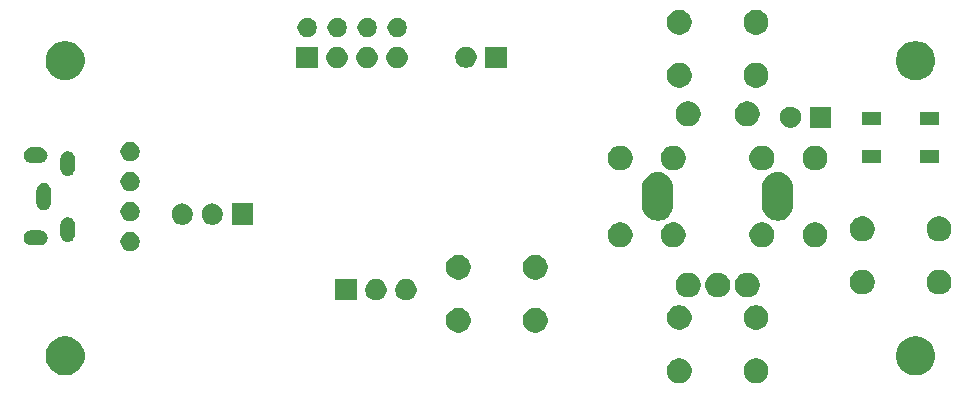
<source format=gbr>
G04 #@! TF.GenerationSoftware,KiCad,Pcbnew,(5.1.5)-3*
G04 #@! TF.CreationDate,2020-04-20T20:53:01-04:00*
G04 #@! TF.ProjectId,V-Naught_Display,562d4e61-7567-4687-945f-446973706c61,rev?*
G04 #@! TF.SameCoordinates,Original*
G04 #@! TF.FileFunction,Soldermask,Top*
G04 #@! TF.FilePolarity,Negative*
%FSLAX46Y46*%
G04 Gerber Fmt 4.6, Leading zero omitted, Abs format (unit mm)*
G04 Created by KiCad (PCBNEW (5.1.5)-3) date 2020-04-20 20:53:01*
%MOMM*%
%LPD*%
G04 APERTURE LIST*
%ADD10C,0.100000*%
G04 APERTURE END LIST*
D10*
G36*
X147976564Y-80889389D02*
G01*
X148167833Y-80968615D01*
X148167835Y-80968616D01*
X148339973Y-81083635D01*
X148486365Y-81230027D01*
X148601385Y-81402167D01*
X148680611Y-81593436D01*
X148721000Y-81796484D01*
X148721000Y-82003516D01*
X148680611Y-82206564D01*
X148641494Y-82301000D01*
X148601384Y-82397835D01*
X148486365Y-82569973D01*
X148339973Y-82716365D01*
X148167835Y-82831384D01*
X148167834Y-82831385D01*
X148167833Y-82831385D01*
X147976564Y-82910611D01*
X147773516Y-82951000D01*
X147566484Y-82951000D01*
X147363436Y-82910611D01*
X147172167Y-82831385D01*
X147172166Y-82831385D01*
X147172165Y-82831384D01*
X147000027Y-82716365D01*
X146853635Y-82569973D01*
X146738616Y-82397835D01*
X146698506Y-82301000D01*
X146659389Y-82206564D01*
X146619000Y-82003516D01*
X146619000Y-81796484D01*
X146659389Y-81593436D01*
X146738615Y-81402167D01*
X146853635Y-81230027D01*
X147000027Y-81083635D01*
X147172165Y-80968616D01*
X147172167Y-80968615D01*
X147363436Y-80889389D01*
X147566484Y-80849000D01*
X147773516Y-80849000D01*
X147976564Y-80889389D01*
G37*
G36*
X141476564Y-80889389D02*
G01*
X141667833Y-80968615D01*
X141667835Y-80968616D01*
X141839973Y-81083635D01*
X141986365Y-81230027D01*
X142101385Y-81402167D01*
X142180611Y-81593436D01*
X142221000Y-81796484D01*
X142221000Y-82003516D01*
X142180611Y-82206564D01*
X142141494Y-82301000D01*
X142101384Y-82397835D01*
X141986365Y-82569973D01*
X141839973Y-82716365D01*
X141667835Y-82831384D01*
X141667834Y-82831385D01*
X141667833Y-82831385D01*
X141476564Y-82910611D01*
X141273516Y-82951000D01*
X141066484Y-82951000D01*
X140863436Y-82910611D01*
X140672167Y-82831385D01*
X140672166Y-82831385D01*
X140672165Y-82831384D01*
X140500027Y-82716365D01*
X140353635Y-82569973D01*
X140238616Y-82397835D01*
X140198506Y-82301000D01*
X140159389Y-82206564D01*
X140119000Y-82003516D01*
X140119000Y-81796484D01*
X140159389Y-81593436D01*
X140238615Y-81402167D01*
X140353635Y-81230027D01*
X140500027Y-81083635D01*
X140672165Y-80968616D01*
X140672167Y-80968615D01*
X140863436Y-80889389D01*
X141066484Y-80849000D01*
X141273516Y-80849000D01*
X141476564Y-80889389D01*
G37*
G36*
X89545256Y-79041298D02*
G01*
X89651579Y-79062447D01*
X89952042Y-79186903D01*
X90222451Y-79367585D01*
X90452415Y-79597549D01*
X90452416Y-79597551D01*
X90633098Y-79867960D01*
X90757553Y-80168422D01*
X90821000Y-80487389D01*
X90821000Y-80812611D01*
X90757553Y-81131578D01*
X90645473Y-81402165D01*
X90633097Y-81432042D01*
X90452415Y-81702451D01*
X90222451Y-81932415D01*
X89952042Y-82113097D01*
X89651579Y-82237553D01*
X89545256Y-82258702D01*
X89332611Y-82301000D01*
X89007389Y-82301000D01*
X88794744Y-82258702D01*
X88688421Y-82237553D01*
X88387958Y-82113097D01*
X88117549Y-81932415D01*
X87887585Y-81702451D01*
X87706903Y-81432042D01*
X87694528Y-81402165D01*
X87582447Y-81131578D01*
X87519000Y-80812611D01*
X87519000Y-80487389D01*
X87582447Y-80168422D01*
X87706902Y-79867960D01*
X87887584Y-79597551D01*
X87887585Y-79597549D01*
X88117549Y-79367585D01*
X88387958Y-79186903D01*
X88688421Y-79062447D01*
X88794744Y-79041298D01*
X89007389Y-78999000D01*
X89332611Y-78999000D01*
X89545256Y-79041298D01*
G37*
G36*
X161545256Y-79041298D02*
G01*
X161651579Y-79062447D01*
X161952042Y-79186903D01*
X162222451Y-79367585D01*
X162452415Y-79597549D01*
X162452416Y-79597551D01*
X162633098Y-79867960D01*
X162757553Y-80168422D01*
X162821000Y-80487389D01*
X162821000Y-80812611D01*
X162757553Y-81131578D01*
X162645473Y-81402165D01*
X162633097Y-81432042D01*
X162452415Y-81702451D01*
X162222451Y-81932415D01*
X161952042Y-82113097D01*
X161651579Y-82237553D01*
X161545256Y-82258702D01*
X161332611Y-82301000D01*
X161007389Y-82301000D01*
X160794744Y-82258702D01*
X160688421Y-82237553D01*
X160387958Y-82113097D01*
X160117549Y-81932415D01*
X159887585Y-81702451D01*
X159706903Y-81432042D01*
X159694528Y-81402165D01*
X159582447Y-81131578D01*
X159519000Y-80812611D01*
X159519000Y-80487389D01*
X159582447Y-80168422D01*
X159706902Y-79867960D01*
X159887584Y-79597551D01*
X159887585Y-79597549D01*
X160117549Y-79367585D01*
X160387958Y-79186903D01*
X160688421Y-79062447D01*
X160794744Y-79041298D01*
X161007389Y-78999000D01*
X161332611Y-78999000D01*
X161545256Y-79041298D01*
G37*
G36*
X122781564Y-76634389D02*
G01*
X122972833Y-76713615D01*
X122972835Y-76713616D01*
X123144973Y-76828635D01*
X123291365Y-76975027D01*
X123406385Y-77147167D01*
X123485611Y-77338436D01*
X123526000Y-77541484D01*
X123526000Y-77748516D01*
X123485611Y-77951564D01*
X123406385Y-78142833D01*
X123406384Y-78142835D01*
X123291365Y-78314973D01*
X123144973Y-78461365D01*
X122972835Y-78576384D01*
X122972834Y-78576385D01*
X122972833Y-78576385D01*
X122781564Y-78655611D01*
X122578516Y-78696000D01*
X122371484Y-78696000D01*
X122168436Y-78655611D01*
X121977167Y-78576385D01*
X121977166Y-78576385D01*
X121977165Y-78576384D01*
X121805027Y-78461365D01*
X121658635Y-78314973D01*
X121543616Y-78142835D01*
X121543615Y-78142833D01*
X121464389Y-77951564D01*
X121424000Y-77748516D01*
X121424000Y-77541484D01*
X121464389Y-77338436D01*
X121543615Y-77147167D01*
X121658635Y-76975027D01*
X121805027Y-76828635D01*
X121977165Y-76713616D01*
X121977167Y-76713615D01*
X122168436Y-76634389D01*
X122371484Y-76594000D01*
X122578516Y-76594000D01*
X122781564Y-76634389D01*
G37*
G36*
X129281564Y-76634389D02*
G01*
X129472833Y-76713615D01*
X129472835Y-76713616D01*
X129644973Y-76828635D01*
X129791365Y-76975027D01*
X129906385Y-77147167D01*
X129985611Y-77338436D01*
X130026000Y-77541484D01*
X130026000Y-77748516D01*
X129985611Y-77951564D01*
X129906385Y-78142833D01*
X129906384Y-78142835D01*
X129791365Y-78314973D01*
X129644973Y-78461365D01*
X129472835Y-78576384D01*
X129472834Y-78576385D01*
X129472833Y-78576385D01*
X129281564Y-78655611D01*
X129078516Y-78696000D01*
X128871484Y-78696000D01*
X128668436Y-78655611D01*
X128477167Y-78576385D01*
X128477166Y-78576385D01*
X128477165Y-78576384D01*
X128305027Y-78461365D01*
X128158635Y-78314973D01*
X128043616Y-78142835D01*
X128043615Y-78142833D01*
X127964389Y-77951564D01*
X127924000Y-77748516D01*
X127924000Y-77541484D01*
X127964389Y-77338436D01*
X128043615Y-77147167D01*
X128158635Y-76975027D01*
X128305027Y-76828635D01*
X128477165Y-76713616D01*
X128477167Y-76713615D01*
X128668436Y-76634389D01*
X128871484Y-76594000D01*
X129078516Y-76594000D01*
X129281564Y-76634389D01*
G37*
G36*
X147976564Y-76389389D02*
G01*
X148167833Y-76468615D01*
X148167835Y-76468616D01*
X148339973Y-76583635D01*
X148486365Y-76730027D01*
X148601385Y-76902167D01*
X148680611Y-77093436D01*
X148721000Y-77296484D01*
X148721000Y-77503516D01*
X148680611Y-77706564D01*
X148601385Y-77897833D01*
X148601384Y-77897835D01*
X148486365Y-78069973D01*
X148339973Y-78216365D01*
X148167835Y-78331384D01*
X148167834Y-78331385D01*
X148167833Y-78331385D01*
X147976564Y-78410611D01*
X147773516Y-78451000D01*
X147566484Y-78451000D01*
X147363436Y-78410611D01*
X147172167Y-78331385D01*
X147172166Y-78331385D01*
X147172165Y-78331384D01*
X147000027Y-78216365D01*
X146853635Y-78069973D01*
X146738616Y-77897835D01*
X146738615Y-77897833D01*
X146659389Y-77706564D01*
X146619000Y-77503516D01*
X146619000Y-77296484D01*
X146659389Y-77093436D01*
X146738615Y-76902167D01*
X146853635Y-76730027D01*
X147000027Y-76583635D01*
X147172165Y-76468616D01*
X147172167Y-76468615D01*
X147363436Y-76389389D01*
X147566484Y-76349000D01*
X147773516Y-76349000D01*
X147976564Y-76389389D01*
G37*
G36*
X141476564Y-76389389D02*
G01*
X141667833Y-76468615D01*
X141667835Y-76468616D01*
X141839973Y-76583635D01*
X141986365Y-76730027D01*
X142101385Y-76902167D01*
X142180611Y-77093436D01*
X142221000Y-77296484D01*
X142221000Y-77503516D01*
X142180611Y-77706564D01*
X142101385Y-77897833D01*
X142101384Y-77897835D01*
X141986365Y-78069973D01*
X141839973Y-78216365D01*
X141667835Y-78331384D01*
X141667834Y-78331385D01*
X141667833Y-78331385D01*
X141476564Y-78410611D01*
X141273516Y-78451000D01*
X141066484Y-78451000D01*
X140863436Y-78410611D01*
X140672167Y-78331385D01*
X140672166Y-78331385D01*
X140672165Y-78331384D01*
X140500027Y-78216365D01*
X140353635Y-78069973D01*
X140238616Y-77897835D01*
X140238615Y-77897833D01*
X140159389Y-77706564D01*
X140119000Y-77503516D01*
X140119000Y-77296484D01*
X140159389Y-77093436D01*
X140238615Y-76902167D01*
X140353635Y-76730027D01*
X140500027Y-76583635D01*
X140672165Y-76468616D01*
X140672167Y-76468615D01*
X140863436Y-76389389D01*
X141066484Y-76349000D01*
X141273516Y-76349000D01*
X141476564Y-76389389D01*
G37*
G36*
X118134653Y-74152165D02*
G01*
X118292812Y-74183624D01*
X118456784Y-74251544D01*
X118604354Y-74350147D01*
X118729853Y-74475646D01*
X118828456Y-74623216D01*
X118896376Y-74787188D01*
X118931000Y-74961259D01*
X118931000Y-75138741D01*
X118896376Y-75312812D01*
X118828456Y-75476784D01*
X118729853Y-75624354D01*
X118604354Y-75749853D01*
X118456784Y-75848456D01*
X118292812Y-75916376D01*
X118143512Y-75946073D01*
X118118742Y-75951000D01*
X117941258Y-75951000D01*
X117916488Y-75946073D01*
X117767188Y-75916376D01*
X117603216Y-75848456D01*
X117455646Y-75749853D01*
X117330147Y-75624354D01*
X117231544Y-75476784D01*
X117163624Y-75312812D01*
X117129000Y-75138741D01*
X117129000Y-74961259D01*
X117163624Y-74787188D01*
X117231544Y-74623216D01*
X117330147Y-74475646D01*
X117455646Y-74350147D01*
X117603216Y-74251544D01*
X117767188Y-74183624D01*
X117925347Y-74152165D01*
X117941258Y-74149000D01*
X118118742Y-74149000D01*
X118134653Y-74152165D01*
G37*
G36*
X115594653Y-74152165D02*
G01*
X115752812Y-74183624D01*
X115916784Y-74251544D01*
X116064354Y-74350147D01*
X116189853Y-74475646D01*
X116288456Y-74623216D01*
X116356376Y-74787188D01*
X116391000Y-74961259D01*
X116391000Y-75138741D01*
X116356376Y-75312812D01*
X116288456Y-75476784D01*
X116189853Y-75624354D01*
X116064354Y-75749853D01*
X115916784Y-75848456D01*
X115752812Y-75916376D01*
X115603512Y-75946073D01*
X115578742Y-75951000D01*
X115401258Y-75951000D01*
X115376488Y-75946073D01*
X115227188Y-75916376D01*
X115063216Y-75848456D01*
X114915646Y-75749853D01*
X114790147Y-75624354D01*
X114691544Y-75476784D01*
X114623624Y-75312812D01*
X114589000Y-75138741D01*
X114589000Y-74961259D01*
X114623624Y-74787188D01*
X114691544Y-74623216D01*
X114790147Y-74475646D01*
X114915646Y-74350147D01*
X115063216Y-74251544D01*
X115227188Y-74183624D01*
X115385347Y-74152165D01*
X115401258Y-74149000D01*
X115578742Y-74149000D01*
X115594653Y-74152165D01*
G37*
G36*
X113851000Y-75951000D02*
G01*
X112049000Y-75951000D01*
X112049000Y-74149000D01*
X113851000Y-74149000D01*
X113851000Y-75951000D01*
G37*
G36*
X144726564Y-73639389D02*
G01*
X144917833Y-73718615D01*
X144917835Y-73718616D01*
X145089973Y-73833635D01*
X145236365Y-73980027D01*
X145312143Y-74093436D01*
X145351385Y-74152167D01*
X145430611Y-74343436D01*
X145471000Y-74546484D01*
X145471000Y-74753516D01*
X145430611Y-74956564D01*
X145351385Y-75147833D01*
X145351384Y-75147835D01*
X145236365Y-75319973D01*
X145089973Y-75466365D01*
X144917835Y-75581384D01*
X144917834Y-75581385D01*
X144917833Y-75581385D01*
X144726564Y-75660611D01*
X144523516Y-75701000D01*
X144316484Y-75701000D01*
X144113436Y-75660611D01*
X143922167Y-75581385D01*
X143922166Y-75581385D01*
X143922165Y-75581384D01*
X143750027Y-75466365D01*
X143603635Y-75319973D01*
X143488616Y-75147835D01*
X143488615Y-75147833D01*
X143409389Y-74956564D01*
X143369000Y-74753516D01*
X143369000Y-74546484D01*
X143409389Y-74343436D01*
X143488615Y-74152167D01*
X143527858Y-74093436D01*
X143603635Y-73980027D01*
X143750027Y-73833635D01*
X143922165Y-73718616D01*
X143922167Y-73718615D01*
X144113436Y-73639389D01*
X144316484Y-73599000D01*
X144523516Y-73599000D01*
X144726564Y-73639389D01*
G37*
G36*
X147226564Y-73639389D02*
G01*
X147417833Y-73718615D01*
X147417835Y-73718616D01*
X147589973Y-73833635D01*
X147736365Y-73980027D01*
X147812143Y-74093436D01*
X147851385Y-74152167D01*
X147930611Y-74343436D01*
X147971000Y-74546484D01*
X147971000Y-74753516D01*
X147930611Y-74956564D01*
X147851385Y-75147833D01*
X147851384Y-75147835D01*
X147736365Y-75319973D01*
X147589973Y-75466365D01*
X147417835Y-75581384D01*
X147417834Y-75581385D01*
X147417833Y-75581385D01*
X147226564Y-75660611D01*
X147023516Y-75701000D01*
X146816484Y-75701000D01*
X146613436Y-75660611D01*
X146422167Y-75581385D01*
X146422166Y-75581385D01*
X146422165Y-75581384D01*
X146250027Y-75466365D01*
X146103635Y-75319973D01*
X145988616Y-75147835D01*
X145988615Y-75147833D01*
X145909389Y-74956564D01*
X145869000Y-74753516D01*
X145869000Y-74546484D01*
X145909389Y-74343436D01*
X145988615Y-74152167D01*
X146027858Y-74093436D01*
X146103635Y-73980027D01*
X146250027Y-73833635D01*
X146422165Y-73718616D01*
X146422167Y-73718615D01*
X146613436Y-73639389D01*
X146816484Y-73599000D01*
X147023516Y-73599000D01*
X147226564Y-73639389D01*
G37*
G36*
X142226564Y-73639389D02*
G01*
X142417833Y-73718615D01*
X142417835Y-73718616D01*
X142589973Y-73833635D01*
X142736365Y-73980027D01*
X142812143Y-74093436D01*
X142851385Y-74152167D01*
X142930611Y-74343436D01*
X142971000Y-74546484D01*
X142971000Y-74753516D01*
X142930611Y-74956564D01*
X142851385Y-75147833D01*
X142851384Y-75147835D01*
X142736365Y-75319973D01*
X142589973Y-75466365D01*
X142417835Y-75581384D01*
X142417834Y-75581385D01*
X142417833Y-75581385D01*
X142226564Y-75660611D01*
X142023516Y-75701000D01*
X141816484Y-75701000D01*
X141613436Y-75660611D01*
X141422167Y-75581385D01*
X141422166Y-75581385D01*
X141422165Y-75581384D01*
X141250027Y-75466365D01*
X141103635Y-75319973D01*
X140988616Y-75147835D01*
X140988615Y-75147833D01*
X140909389Y-74956564D01*
X140869000Y-74753516D01*
X140869000Y-74546484D01*
X140909389Y-74343436D01*
X140988615Y-74152167D01*
X141027858Y-74093436D01*
X141103635Y-73980027D01*
X141250027Y-73833635D01*
X141422165Y-73718616D01*
X141422167Y-73718615D01*
X141613436Y-73639389D01*
X141816484Y-73599000D01*
X142023516Y-73599000D01*
X142226564Y-73639389D01*
G37*
G36*
X163476564Y-73389389D02*
G01*
X163667833Y-73468615D01*
X163667835Y-73468616D01*
X163839973Y-73583635D01*
X163986365Y-73730027D01*
X164055594Y-73833635D01*
X164101385Y-73902167D01*
X164180611Y-74093436D01*
X164221000Y-74296484D01*
X164221000Y-74503516D01*
X164180611Y-74706564D01*
X164147215Y-74787189D01*
X164101384Y-74897835D01*
X163986365Y-75069973D01*
X163839973Y-75216365D01*
X163667835Y-75331384D01*
X163667834Y-75331385D01*
X163667833Y-75331385D01*
X163476564Y-75410611D01*
X163273516Y-75451000D01*
X163066484Y-75451000D01*
X162863436Y-75410611D01*
X162672167Y-75331385D01*
X162672166Y-75331385D01*
X162672165Y-75331384D01*
X162500027Y-75216365D01*
X162353635Y-75069973D01*
X162238616Y-74897835D01*
X162192785Y-74787189D01*
X162159389Y-74706564D01*
X162119000Y-74503516D01*
X162119000Y-74296484D01*
X162159389Y-74093436D01*
X162238615Y-73902167D01*
X162284407Y-73833635D01*
X162353635Y-73730027D01*
X162500027Y-73583635D01*
X162672165Y-73468616D01*
X162672167Y-73468615D01*
X162863436Y-73389389D01*
X163066484Y-73349000D01*
X163273516Y-73349000D01*
X163476564Y-73389389D01*
G37*
G36*
X156976564Y-73389389D02*
G01*
X157167833Y-73468615D01*
X157167835Y-73468616D01*
X157339973Y-73583635D01*
X157486365Y-73730027D01*
X157555594Y-73833635D01*
X157601385Y-73902167D01*
X157680611Y-74093436D01*
X157721000Y-74296484D01*
X157721000Y-74503516D01*
X157680611Y-74706564D01*
X157647215Y-74787189D01*
X157601384Y-74897835D01*
X157486365Y-75069973D01*
X157339973Y-75216365D01*
X157167835Y-75331384D01*
X157167834Y-75331385D01*
X157167833Y-75331385D01*
X156976564Y-75410611D01*
X156773516Y-75451000D01*
X156566484Y-75451000D01*
X156363436Y-75410611D01*
X156172167Y-75331385D01*
X156172166Y-75331385D01*
X156172165Y-75331384D01*
X156000027Y-75216365D01*
X155853635Y-75069973D01*
X155738616Y-74897835D01*
X155692785Y-74787189D01*
X155659389Y-74706564D01*
X155619000Y-74503516D01*
X155619000Y-74296484D01*
X155659389Y-74093436D01*
X155738615Y-73902167D01*
X155784407Y-73833635D01*
X155853635Y-73730027D01*
X156000027Y-73583635D01*
X156172165Y-73468616D01*
X156172167Y-73468615D01*
X156363436Y-73389389D01*
X156566484Y-73349000D01*
X156773516Y-73349000D01*
X156976564Y-73389389D01*
G37*
G36*
X122781564Y-72134389D02*
G01*
X122972833Y-72213615D01*
X122972835Y-72213616D01*
X123144973Y-72328635D01*
X123291365Y-72475027D01*
X123406385Y-72647167D01*
X123485611Y-72838436D01*
X123526000Y-73041484D01*
X123526000Y-73248516D01*
X123485611Y-73451564D01*
X123407811Y-73639390D01*
X123406384Y-73642835D01*
X123291365Y-73814973D01*
X123144973Y-73961365D01*
X122972835Y-74076384D01*
X122972834Y-74076385D01*
X122972833Y-74076385D01*
X122781564Y-74155611D01*
X122578516Y-74196000D01*
X122371484Y-74196000D01*
X122168436Y-74155611D01*
X121977167Y-74076385D01*
X121977166Y-74076385D01*
X121977165Y-74076384D01*
X121805027Y-73961365D01*
X121658635Y-73814973D01*
X121543616Y-73642835D01*
X121542189Y-73639390D01*
X121464389Y-73451564D01*
X121424000Y-73248516D01*
X121424000Y-73041484D01*
X121464389Y-72838436D01*
X121543615Y-72647167D01*
X121658635Y-72475027D01*
X121805027Y-72328635D01*
X121977165Y-72213616D01*
X121977167Y-72213615D01*
X122168436Y-72134389D01*
X122371484Y-72094000D01*
X122578516Y-72094000D01*
X122781564Y-72134389D01*
G37*
G36*
X129281564Y-72134389D02*
G01*
X129472833Y-72213615D01*
X129472835Y-72213616D01*
X129644973Y-72328635D01*
X129791365Y-72475027D01*
X129906385Y-72647167D01*
X129985611Y-72838436D01*
X130026000Y-73041484D01*
X130026000Y-73248516D01*
X129985611Y-73451564D01*
X129907811Y-73639390D01*
X129906384Y-73642835D01*
X129791365Y-73814973D01*
X129644973Y-73961365D01*
X129472835Y-74076384D01*
X129472834Y-74076385D01*
X129472833Y-74076385D01*
X129281564Y-74155611D01*
X129078516Y-74196000D01*
X128871484Y-74196000D01*
X128668436Y-74155611D01*
X128477167Y-74076385D01*
X128477166Y-74076385D01*
X128477165Y-74076384D01*
X128305027Y-73961365D01*
X128158635Y-73814973D01*
X128043616Y-73642835D01*
X128042189Y-73639390D01*
X127964389Y-73451564D01*
X127924000Y-73248516D01*
X127924000Y-73041484D01*
X127964389Y-72838436D01*
X128043615Y-72647167D01*
X128158635Y-72475027D01*
X128305027Y-72328635D01*
X128477165Y-72213616D01*
X128477167Y-72213615D01*
X128668436Y-72134389D01*
X128871484Y-72094000D01*
X129078516Y-72094000D01*
X129281564Y-72134389D01*
G37*
G36*
X94907142Y-70178242D02*
G01*
X95055101Y-70239529D01*
X95188255Y-70328499D01*
X95301501Y-70441745D01*
X95390471Y-70574899D01*
X95451758Y-70722858D01*
X95483000Y-70879925D01*
X95483000Y-71040075D01*
X95451758Y-71197142D01*
X95390471Y-71345101D01*
X95301501Y-71478255D01*
X95188255Y-71591501D01*
X95055101Y-71680471D01*
X94907142Y-71741758D01*
X94750075Y-71773000D01*
X94589925Y-71773000D01*
X94432858Y-71741758D01*
X94284899Y-71680471D01*
X94151745Y-71591501D01*
X94038499Y-71478255D01*
X93949529Y-71345101D01*
X93888242Y-71197142D01*
X93857000Y-71040075D01*
X93857000Y-70879925D01*
X93888242Y-70722858D01*
X93949529Y-70574899D01*
X94038499Y-70441745D01*
X94151745Y-70328499D01*
X94284899Y-70239529D01*
X94432858Y-70178242D01*
X94589925Y-70147000D01*
X94750075Y-70147000D01*
X94907142Y-70178242D01*
G37*
G36*
X148476564Y-69389389D02*
G01*
X148667833Y-69468615D01*
X148667835Y-69468616D01*
X148839973Y-69583635D01*
X148986365Y-69730027D01*
X149030772Y-69796486D01*
X149101385Y-69902167D01*
X149180611Y-70093436D01*
X149221000Y-70296484D01*
X149221000Y-70503516D01*
X149180611Y-70706564D01*
X149108803Y-70879925D01*
X149101384Y-70897835D01*
X148986365Y-71069973D01*
X148839973Y-71216365D01*
X148667835Y-71331384D01*
X148667834Y-71331385D01*
X148667833Y-71331385D01*
X148476564Y-71410611D01*
X148273516Y-71451000D01*
X148066484Y-71451000D01*
X147863436Y-71410611D01*
X147672167Y-71331385D01*
X147672166Y-71331385D01*
X147672165Y-71331384D01*
X147500027Y-71216365D01*
X147353635Y-71069973D01*
X147238616Y-70897835D01*
X147231197Y-70879925D01*
X147159389Y-70706564D01*
X147119000Y-70503516D01*
X147119000Y-70296484D01*
X147159389Y-70093436D01*
X147238615Y-69902167D01*
X147309229Y-69796486D01*
X147353635Y-69730027D01*
X147500027Y-69583635D01*
X147672165Y-69468616D01*
X147672167Y-69468615D01*
X147863436Y-69389389D01*
X148066484Y-69349000D01*
X148273516Y-69349000D01*
X148476564Y-69389389D01*
G37*
G36*
X152976564Y-69389389D02*
G01*
X153167833Y-69468615D01*
X153167835Y-69468616D01*
X153339973Y-69583635D01*
X153486365Y-69730027D01*
X153530772Y-69796486D01*
X153601385Y-69902167D01*
X153680611Y-70093436D01*
X153721000Y-70296484D01*
X153721000Y-70503516D01*
X153680611Y-70706564D01*
X153608803Y-70879925D01*
X153601384Y-70897835D01*
X153486365Y-71069973D01*
X153339973Y-71216365D01*
X153167835Y-71331384D01*
X153167834Y-71331385D01*
X153167833Y-71331385D01*
X152976564Y-71410611D01*
X152773516Y-71451000D01*
X152566484Y-71451000D01*
X152363436Y-71410611D01*
X152172167Y-71331385D01*
X152172166Y-71331385D01*
X152172165Y-71331384D01*
X152000027Y-71216365D01*
X151853635Y-71069973D01*
X151738616Y-70897835D01*
X151731197Y-70879925D01*
X151659389Y-70706564D01*
X151619000Y-70503516D01*
X151619000Y-70296484D01*
X151659389Y-70093436D01*
X151738615Y-69902167D01*
X151809229Y-69796486D01*
X151853635Y-69730027D01*
X152000027Y-69583635D01*
X152172165Y-69468616D01*
X152172167Y-69468615D01*
X152363436Y-69389389D01*
X152566484Y-69349000D01*
X152773516Y-69349000D01*
X152976564Y-69389389D01*
G37*
G36*
X140976564Y-69389389D02*
G01*
X141167833Y-69468615D01*
X141167835Y-69468616D01*
X141339973Y-69583635D01*
X141486365Y-69730027D01*
X141530772Y-69796486D01*
X141601385Y-69902167D01*
X141680611Y-70093436D01*
X141721000Y-70296484D01*
X141721000Y-70503516D01*
X141680611Y-70706564D01*
X141608803Y-70879925D01*
X141601384Y-70897835D01*
X141486365Y-71069973D01*
X141339973Y-71216365D01*
X141167835Y-71331384D01*
X141167834Y-71331385D01*
X141167833Y-71331385D01*
X140976564Y-71410611D01*
X140773516Y-71451000D01*
X140566484Y-71451000D01*
X140363436Y-71410611D01*
X140172167Y-71331385D01*
X140172166Y-71331385D01*
X140172165Y-71331384D01*
X140000027Y-71216365D01*
X139853635Y-71069973D01*
X139738616Y-70897835D01*
X139731197Y-70879925D01*
X139659389Y-70706564D01*
X139619000Y-70503516D01*
X139619000Y-70296484D01*
X139659389Y-70093436D01*
X139738615Y-69902167D01*
X139809229Y-69796486D01*
X139853635Y-69730027D01*
X140000027Y-69583635D01*
X140172165Y-69468616D01*
X140172167Y-69468615D01*
X140363436Y-69389389D01*
X140566484Y-69349000D01*
X140773516Y-69349000D01*
X140976564Y-69389389D01*
G37*
G36*
X136476564Y-69389389D02*
G01*
X136667833Y-69468615D01*
X136667835Y-69468616D01*
X136839973Y-69583635D01*
X136986365Y-69730027D01*
X137030772Y-69796486D01*
X137101385Y-69902167D01*
X137180611Y-70093436D01*
X137221000Y-70296484D01*
X137221000Y-70503516D01*
X137180611Y-70706564D01*
X137108803Y-70879925D01*
X137101384Y-70897835D01*
X136986365Y-71069973D01*
X136839973Y-71216365D01*
X136667835Y-71331384D01*
X136667834Y-71331385D01*
X136667833Y-71331385D01*
X136476564Y-71410611D01*
X136273516Y-71451000D01*
X136066484Y-71451000D01*
X135863436Y-71410611D01*
X135672167Y-71331385D01*
X135672166Y-71331385D01*
X135672165Y-71331384D01*
X135500027Y-71216365D01*
X135353635Y-71069973D01*
X135238616Y-70897835D01*
X135231197Y-70879925D01*
X135159389Y-70706564D01*
X135119000Y-70503516D01*
X135119000Y-70296484D01*
X135159389Y-70093436D01*
X135238615Y-69902167D01*
X135309229Y-69796486D01*
X135353635Y-69730027D01*
X135500027Y-69583635D01*
X135672165Y-69468616D01*
X135672167Y-69468615D01*
X135863436Y-69389389D01*
X136066484Y-69349000D01*
X136273516Y-69349000D01*
X136476564Y-69389389D01*
G37*
G36*
X87096355Y-70002140D02*
G01*
X87160118Y-70008420D01*
X87250904Y-70035960D01*
X87282836Y-70045646D01*
X87395925Y-70106094D01*
X87495054Y-70187446D01*
X87576406Y-70286575D01*
X87636854Y-70399664D01*
X87636855Y-70399668D01*
X87674080Y-70522382D01*
X87686649Y-70650000D01*
X87674080Y-70777618D01*
X87660912Y-70821027D01*
X87636854Y-70900336D01*
X87576406Y-71013425D01*
X87495054Y-71112554D01*
X87395925Y-71193906D01*
X87282836Y-71254354D01*
X87250904Y-71264040D01*
X87160118Y-71291580D01*
X87096355Y-71297860D01*
X87064474Y-71301000D01*
X86300526Y-71301000D01*
X86268645Y-71297860D01*
X86204882Y-71291580D01*
X86114096Y-71264040D01*
X86082164Y-71254354D01*
X85969075Y-71193906D01*
X85869946Y-71112554D01*
X85788594Y-71013425D01*
X85728146Y-70900336D01*
X85704088Y-70821027D01*
X85690920Y-70777618D01*
X85678351Y-70650000D01*
X85690920Y-70522382D01*
X85728145Y-70399668D01*
X85728146Y-70399664D01*
X85788594Y-70286575D01*
X85869946Y-70187446D01*
X85969075Y-70106094D01*
X86082164Y-70045646D01*
X86114096Y-70035960D01*
X86204882Y-70008420D01*
X86268645Y-70002140D01*
X86300526Y-69999000D01*
X87064474Y-69999000D01*
X87096355Y-70002140D01*
G37*
G36*
X89500317Y-68901696D02*
G01*
X89613604Y-68936062D01*
X89718011Y-68991869D01*
X89718013Y-68991870D01*
X89718012Y-68991870D01*
X89809527Y-69066973D01*
X89869845Y-69140471D01*
X89884631Y-69158488D01*
X89940438Y-69262895D01*
X89974804Y-69376182D01*
X89983500Y-69464481D01*
X89983500Y-70423519D01*
X89974804Y-70511818D01*
X89940438Y-70625105D01*
X89884631Y-70729512D01*
X89809527Y-70821027D01*
X89718012Y-70896131D01*
X89613605Y-70951938D01*
X89500318Y-70986304D01*
X89382500Y-70997907D01*
X89264683Y-70986304D01*
X89151396Y-70951938D01*
X89046989Y-70896131D01*
X88955474Y-70821027D01*
X88880370Y-70729512D01*
X88824563Y-70625105D01*
X88790197Y-70511818D01*
X88781500Y-70423518D01*
X88781500Y-69464482D01*
X88790196Y-69376183D01*
X88824562Y-69262896D01*
X88880369Y-69158489D01*
X88921983Y-69107782D01*
X88955473Y-69066973D01*
X89046987Y-68991870D01*
X89046986Y-68991870D01*
X89046988Y-68991869D01*
X89151395Y-68936062D01*
X89264682Y-68901696D01*
X89382500Y-68890093D01*
X89500317Y-68901696D01*
G37*
G36*
X156976564Y-68889389D02*
G01*
X157167833Y-68968615D01*
X157167835Y-68968616D01*
X157339973Y-69083635D01*
X157486365Y-69230027D01*
X157584025Y-69376185D01*
X157601385Y-69402167D01*
X157680611Y-69593436D01*
X157721000Y-69796484D01*
X157721000Y-70003516D01*
X157680611Y-70206564D01*
X157647469Y-70286575D01*
X157601384Y-70397835D01*
X157486365Y-70569973D01*
X157339973Y-70716365D01*
X157167835Y-70831384D01*
X157167834Y-70831385D01*
X157167833Y-70831385D01*
X156976564Y-70910611D01*
X156773516Y-70951000D01*
X156566484Y-70951000D01*
X156363436Y-70910611D01*
X156172167Y-70831385D01*
X156172166Y-70831385D01*
X156172165Y-70831384D01*
X156000027Y-70716365D01*
X155853635Y-70569973D01*
X155738616Y-70397835D01*
X155692531Y-70286575D01*
X155659389Y-70206564D01*
X155619000Y-70003516D01*
X155619000Y-69796484D01*
X155659389Y-69593436D01*
X155738615Y-69402167D01*
X155755976Y-69376185D01*
X155853635Y-69230027D01*
X156000027Y-69083635D01*
X156172165Y-68968616D01*
X156172167Y-68968615D01*
X156363436Y-68889389D01*
X156566484Y-68849000D01*
X156773516Y-68849000D01*
X156976564Y-68889389D01*
G37*
G36*
X163476564Y-68889389D02*
G01*
X163667833Y-68968615D01*
X163667835Y-68968616D01*
X163839973Y-69083635D01*
X163986365Y-69230027D01*
X164084025Y-69376185D01*
X164101385Y-69402167D01*
X164180611Y-69593436D01*
X164221000Y-69796484D01*
X164221000Y-70003516D01*
X164180611Y-70206564D01*
X164147469Y-70286575D01*
X164101384Y-70397835D01*
X163986365Y-70569973D01*
X163839973Y-70716365D01*
X163667835Y-70831384D01*
X163667834Y-70831385D01*
X163667833Y-70831385D01*
X163476564Y-70910611D01*
X163273516Y-70951000D01*
X163066484Y-70951000D01*
X162863436Y-70910611D01*
X162672167Y-70831385D01*
X162672166Y-70831385D01*
X162672165Y-70831384D01*
X162500027Y-70716365D01*
X162353635Y-70569973D01*
X162238616Y-70397835D01*
X162192531Y-70286575D01*
X162159389Y-70206564D01*
X162119000Y-70003516D01*
X162119000Y-69796484D01*
X162159389Y-69593436D01*
X162238615Y-69402167D01*
X162255976Y-69376185D01*
X162353635Y-69230027D01*
X162500027Y-69083635D01*
X162672165Y-68968616D01*
X162672167Y-68968615D01*
X162863436Y-68889389D01*
X163066484Y-68849000D01*
X163273516Y-68849000D01*
X163476564Y-68889389D01*
G37*
G36*
X101743512Y-67753927D02*
G01*
X101892812Y-67783624D01*
X102056784Y-67851544D01*
X102204354Y-67950147D01*
X102329853Y-68075646D01*
X102428456Y-68223216D01*
X102496376Y-68387188D01*
X102531000Y-68561259D01*
X102531000Y-68738741D01*
X102496376Y-68912812D01*
X102428456Y-69076784D01*
X102329853Y-69224354D01*
X102204354Y-69349853D01*
X102056784Y-69448456D01*
X101892812Y-69516376D01*
X101743512Y-69546073D01*
X101718742Y-69551000D01*
X101541258Y-69551000D01*
X101516488Y-69546073D01*
X101367188Y-69516376D01*
X101203216Y-69448456D01*
X101055646Y-69349853D01*
X100930147Y-69224354D01*
X100831544Y-69076784D01*
X100763624Y-68912812D01*
X100729000Y-68738741D01*
X100729000Y-68561259D01*
X100763624Y-68387188D01*
X100831544Y-68223216D01*
X100930147Y-68075646D01*
X101055646Y-67950147D01*
X101203216Y-67851544D01*
X101367188Y-67783624D01*
X101516488Y-67753927D01*
X101541258Y-67749000D01*
X101718742Y-67749000D01*
X101743512Y-67753927D01*
G37*
G36*
X99203512Y-67753927D02*
G01*
X99352812Y-67783624D01*
X99516784Y-67851544D01*
X99664354Y-67950147D01*
X99789853Y-68075646D01*
X99888456Y-68223216D01*
X99956376Y-68387188D01*
X99991000Y-68561259D01*
X99991000Y-68738741D01*
X99956376Y-68912812D01*
X99888456Y-69076784D01*
X99789853Y-69224354D01*
X99664354Y-69349853D01*
X99516784Y-69448456D01*
X99352812Y-69516376D01*
X99203512Y-69546073D01*
X99178742Y-69551000D01*
X99001258Y-69551000D01*
X98976488Y-69546073D01*
X98827188Y-69516376D01*
X98663216Y-69448456D01*
X98515646Y-69349853D01*
X98390147Y-69224354D01*
X98291544Y-69076784D01*
X98223624Y-68912812D01*
X98189000Y-68738741D01*
X98189000Y-68561259D01*
X98223624Y-68387188D01*
X98291544Y-68223216D01*
X98390147Y-68075646D01*
X98515646Y-67950147D01*
X98663216Y-67851544D01*
X98827188Y-67783624D01*
X98976488Y-67753927D01*
X99001258Y-67749000D01*
X99178742Y-67749000D01*
X99203512Y-67753927D01*
G37*
G36*
X105071000Y-69551000D02*
G01*
X103269000Y-69551000D01*
X103269000Y-67749000D01*
X105071000Y-67749000D01*
X105071000Y-69551000D01*
G37*
G36*
X94907142Y-67638242D02*
G01*
X95055101Y-67699529D01*
X95188255Y-67788499D01*
X95301501Y-67901745D01*
X95390471Y-68034899D01*
X95451758Y-68182858D01*
X95483000Y-68339925D01*
X95483000Y-68500075D01*
X95451758Y-68657142D01*
X95390471Y-68805101D01*
X95301501Y-68938255D01*
X95188255Y-69051501D01*
X95055101Y-69140471D01*
X94907142Y-69201758D01*
X94750075Y-69233000D01*
X94589925Y-69233000D01*
X94432858Y-69201758D01*
X94284899Y-69140471D01*
X94151745Y-69051501D01*
X94038499Y-68938255D01*
X93949529Y-68805101D01*
X93888242Y-68657142D01*
X93857000Y-68500075D01*
X93857000Y-68339925D01*
X93888242Y-68182858D01*
X93949529Y-68034899D01*
X94038499Y-67901745D01*
X94151745Y-67788499D01*
X94284899Y-67699529D01*
X94432858Y-67638242D01*
X94589925Y-67607000D01*
X94750075Y-67607000D01*
X94907142Y-67638242D01*
G37*
G36*
X139595039Y-65117825D02*
G01*
X139840279Y-65192218D01*
X140066293Y-65313025D01*
X140184344Y-65409907D01*
X140264396Y-65475604D01*
X140426976Y-65673707D01*
X140494441Y-65799926D01*
X140547782Y-65899720D01*
X140622174Y-66144958D01*
X140622175Y-66144961D01*
X140633948Y-66264489D01*
X140641000Y-66336095D01*
X140641000Y-67963905D01*
X140622175Y-68155040D01*
X140547782Y-68400280D01*
X140426975Y-68626294D01*
X140384624Y-68677899D01*
X140264397Y-68824397D01*
X140128331Y-68936062D01*
X140066294Y-68986975D01*
X139840280Y-69107782D01*
X139595040Y-69182175D01*
X139340000Y-69207294D01*
X139084961Y-69182175D01*
X138839721Y-69107782D01*
X138613707Y-68986975D01*
X138551670Y-68936062D01*
X138415604Y-68824397D01*
X138295377Y-68677899D01*
X138253026Y-68626294D01*
X138218264Y-68561259D01*
X138132218Y-68400279D01*
X138057825Y-68155042D01*
X138039000Y-67963906D01*
X138039000Y-66336095D01*
X138057825Y-66144962D01*
X138057825Y-66144961D01*
X138132218Y-65899721D01*
X138253025Y-65673707D01*
X138415604Y-65475604D01*
X138415605Y-65475603D01*
X138613707Y-65313024D01*
X138839718Y-65192219D01*
X138839720Y-65192218D01*
X139084960Y-65117825D01*
X139340000Y-65092706D01*
X139595039Y-65117825D01*
G37*
G36*
X149755040Y-65117825D02*
G01*
X150000280Y-65192218D01*
X150226294Y-65313025D01*
X150277899Y-65355376D01*
X150424397Y-65475603D01*
X150544624Y-65622101D01*
X150586975Y-65673706D01*
X150707782Y-65899720D01*
X150782174Y-66144958D01*
X150782175Y-66144961D01*
X150793948Y-66264489D01*
X150801000Y-66336095D01*
X150801000Y-67963905D01*
X150782175Y-68155040D01*
X150726091Y-68339925D01*
X150707781Y-68400282D01*
X150586977Y-68626292D01*
X150586975Y-68626294D01*
X150424396Y-68824396D01*
X150226293Y-68986975D01*
X150000279Y-69107782D01*
X149755039Y-69182175D01*
X149500000Y-69207294D01*
X149244960Y-69182175D01*
X148999720Y-69107782D01*
X148941723Y-69076782D01*
X148773707Y-68986976D01*
X148575604Y-68824396D01*
X148438343Y-68657143D01*
X148413025Y-68626293D01*
X148292218Y-68400279D01*
X148217825Y-68155039D01*
X148199000Y-67963904D01*
X148199000Y-66336095D01*
X148205992Y-66265100D01*
X148217825Y-66144958D01*
X148292218Y-65899721D01*
X148413025Y-65673708D01*
X148413026Y-65673706D01*
X148455377Y-65622101D01*
X148575604Y-65475603D01*
X148722102Y-65355376D01*
X148773707Y-65313025D01*
X148999721Y-65192218D01*
X149244961Y-65117825D01*
X149500000Y-65092706D01*
X149755040Y-65117825D01*
G37*
G36*
X87468317Y-66007696D02*
G01*
X87581604Y-66042062D01*
X87686011Y-66097869D01*
X87686013Y-66097870D01*
X87686012Y-66097870D01*
X87777527Y-66172973D01*
X87841211Y-66250572D01*
X87852631Y-66264488D01*
X87908438Y-66368895D01*
X87942804Y-66482182D01*
X87951500Y-66570481D01*
X87951500Y-67729519D01*
X87942804Y-67817818D01*
X87908438Y-67931105D01*
X87852631Y-68035512D01*
X87777527Y-68127027D01*
X87686012Y-68202131D01*
X87581605Y-68257938D01*
X87468318Y-68292304D01*
X87350500Y-68303907D01*
X87232683Y-68292304D01*
X87119396Y-68257938D01*
X87014989Y-68202131D01*
X86923474Y-68127027D01*
X86848370Y-68035512D01*
X86792563Y-67931105D01*
X86758197Y-67817818D01*
X86749501Y-67729519D01*
X86749500Y-66570482D01*
X86758196Y-66482183D01*
X86792562Y-66368896D01*
X86848369Y-66264489D01*
X86861838Y-66248077D01*
X86923473Y-66172973D01*
X87014987Y-66097870D01*
X87014986Y-66097870D01*
X87014988Y-66097869D01*
X87119395Y-66042062D01*
X87232682Y-66007696D01*
X87350500Y-65996093D01*
X87468317Y-66007696D01*
G37*
G36*
X94907142Y-65098242D02*
G01*
X95055101Y-65159529D01*
X95188255Y-65248499D01*
X95301501Y-65361745D01*
X95390471Y-65494899D01*
X95451758Y-65642858D01*
X95483000Y-65799925D01*
X95483000Y-65960075D01*
X95451758Y-66117142D01*
X95390471Y-66265101D01*
X95301501Y-66398255D01*
X95188255Y-66511501D01*
X95055101Y-66600471D01*
X94907142Y-66661758D01*
X94750075Y-66693000D01*
X94589925Y-66693000D01*
X94432858Y-66661758D01*
X94284899Y-66600471D01*
X94151745Y-66511501D01*
X94038499Y-66398255D01*
X93949529Y-66265101D01*
X93888242Y-66117142D01*
X93857000Y-65960075D01*
X93857000Y-65799925D01*
X93888242Y-65642858D01*
X93949529Y-65494899D01*
X94038499Y-65361745D01*
X94151745Y-65248499D01*
X94284899Y-65159529D01*
X94432858Y-65098242D01*
X94589925Y-65067000D01*
X94750075Y-65067000D01*
X94907142Y-65098242D01*
G37*
G36*
X89500317Y-63313696D02*
G01*
X89613604Y-63348062D01*
X89718011Y-63403869D01*
X89718013Y-63403870D01*
X89718012Y-63403870D01*
X89809527Y-63478973D01*
X89845153Y-63522384D01*
X89884631Y-63570488D01*
X89940438Y-63674895D01*
X89974804Y-63788182D01*
X89983500Y-63876481D01*
X89983500Y-64835519D01*
X89974804Y-64923818D01*
X89940438Y-65037105D01*
X89884631Y-65141512D01*
X89809527Y-65233027D01*
X89718012Y-65308131D01*
X89613605Y-65363938D01*
X89500318Y-65398304D01*
X89382500Y-65409907D01*
X89264683Y-65398304D01*
X89151396Y-65363938D01*
X89046989Y-65308131D01*
X88955474Y-65233027D01*
X88880370Y-65141512D01*
X88824563Y-65037105D01*
X88790197Y-64923818D01*
X88781500Y-64835518D01*
X88781500Y-63876482D01*
X88790196Y-63788183D01*
X88824562Y-63674896D01*
X88880369Y-63570489D01*
X88893838Y-63554077D01*
X88955473Y-63478973D01*
X89046987Y-63403870D01*
X89046986Y-63403870D01*
X89046988Y-63403869D01*
X89151395Y-63348062D01*
X89264682Y-63313696D01*
X89382500Y-63302093D01*
X89500317Y-63313696D01*
G37*
G36*
X152976564Y-62889389D02*
G01*
X153167833Y-62968615D01*
X153167835Y-62968616D01*
X153339973Y-63083635D01*
X153486365Y-63230027D01*
X153599716Y-63399668D01*
X153601385Y-63402167D01*
X153680611Y-63593436D01*
X153721000Y-63796484D01*
X153721000Y-64003516D01*
X153680611Y-64206564D01*
X153660815Y-64254355D01*
X153601384Y-64397835D01*
X153486365Y-64569973D01*
X153339973Y-64716365D01*
X153167835Y-64831384D01*
X153167834Y-64831385D01*
X153167833Y-64831385D01*
X152976564Y-64910611D01*
X152773516Y-64951000D01*
X152566484Y-64951000D01*
X152363436Y-64910611D01*
X152172167Y-64831385D01*
X152172166Y-64831385D01*
X152172165Y-64831384D01*
X152000027Y-64716365D01*
X151853635Y-64569973D01*
X151738616Y-64397835D01*
X151679185Y-64254355D01*
X151659389Y-64206564D01*
X151619000Y-64003516D01*
X151619000Y-63796484D01*
X151659389Y-63593436D01*
X151738615Y-63402167D01*
X151740285Y-63399668D01*
X151853635Y-63230027D01*
X152000027Y-63083635D01*
X152172165Y-62968616D01*
X152172167Y-62968615D01*
X152363436Y-62889389D01*
X152566484Y-62849000D01*
X152773516Y-62849000D01*
X152976564Y-62889389D01*
G37*
G36*
X136476564Y-62889389D02*
G01*
X136667833Y-62968615D01*
X136667835Y-62968616D01*
X136839973Y-63083635D01*
X136986365Y-63230027D01*
X137099716Y-63399668D01*
X137101385Y-63402167D01*
X137180611Y-63593436D01*
X137221000Y-63796484D01*
X137221000Y-64003516D01*
X137180611Y-64206564D01*
X137160815Y-64254355D01*
X137101384Y-64397835D01*
X136986365Y-64569973D01*
X136839973Y-64716365D01*
X136667835Y-64831384D01*
X136667834Y-64831385D01*
X136667833Y-64831385D01*
X136476564Y-64910611D01*
X136273516Y-64951000D01*
X136066484Y-64951000D01*
X135863436Y-64910611D01*
X135672167Y-64831385D01*
X135672166Y-64831385D01*
X135672165Y-64831384D01*
X135500027Y-64716365D01*
X135353635Y-64569973D01*
X135238616Y-64397835D01*
X135179185Y-64254355D01*
X135159389Y-64206564D01*
X135119000Y-64003516D01*
X135119000Y-63796484D01*
X135159389Y-63593436D01*
X135238615Y-63402167D01*
X135240285Y-63399668D01*
X135353635Y-63230027D01*
X135500027Y-63083635D01*
X135672165Y-62968616D01*
X135672167Y-62968615D01*
X135863436Y-62889389D01*
X136066484Y-62849000D01*
X136273516Y-62849000D01*
X136476564Y-62889389D01*
G37*
G36*
X140976564Y-62889389D02*
G01*
X141167833Y-62968615D01*
X141167835Y-62968616D01*
X141339973Y-63083635D01*
X141486365Y-63230027D01*
X141599716Y-63399668D01*
X141601385Y-63402167D01*
X141680611Y-63593436D01*
X141721000Y-63796484D01*
X141721000Y-64003516D01*
X141680611Y-64206564D01*
X141660815Y-64254355D01*
X141601384Y-64397835D01*
X141486365Y-64569973D01*
X141339973Y-64716365D01*
X141167835Y-64831384D01*
X141167834Y-64831385D01*
X141167833Y-64831385D01*
X140976564Y-64910611D01*
X140773516Y-64951000D01*
X140566484Y-64951000D01*
X140363436Y-64910611D01*
X140172167Y-64831385D01*
X140172166Y-64831385D01*
X140172165Y-64831384D01*
X140000027Y-64716365D01*
X139853635Y-64569973D01*
X139738616Y-64397835D01*
X139679185Y-64254355D01*
X139659389Y-64206564D01*
X139619000Y-64003516D01*
X139619000Y-63796484D01*
X139659389Y-63593436D01*
X139738615Y-63402167D01*
X139740285Y-63399668D01*
X139853635Y-63230027D01*
X140000027Y-63083635D01*
X140172165Y-62968616D01*
X140172167Y-62968615D01*
X140363436Y-62889389D01*
X140566484Y-62849000D01*
X140773516Y-62849000D01*
X140976564Y-62889389D01*
G37*
G36*
X148476564Y-62889389D02*
G01*
X148667833Y-62968615D01*
X148667835Y-62968616D01*
X148839973Y-63083635D01*
X148986365Y-63230027D01*
X149099716Y-63399668D01*
X149101385Y-63402167D01*
X149180611Y-63593436D01*
X149221000Y-63796484D01*
X149221000Y-64003516D01*
X149180611Y-64206564D01*
X149160815Y-64254355D01*
X149101384Y-64397835D01*
X148986365Y-64569973D01*
X148839973Y-64716365D01*
X148667835Y-64831384D01*
X148667834Y-64831385D01*
X148667833Y-64831385D01*
X148476564Y-64910611D01*
X148273516Y-64951000D01*
X148066484Y-64951000D01*
X147863436Y-64910611D01*
X147672167Y-64831385D01*
X147672166Y-64831385D01*
X147672165Y-64831384D01*
X147500027Y-64716365D01*
X147353635Y-64569973D01*
X147238616Y-64397835D01*
X147179185Y-64254355D01*
X147159389Y-64206564D01*
X147119000Y-64003516D01*
X147119000Y-63796484D01*
X147159389Y-63593436D01*
X147238615Y-63402167D01*
X147240285Y-63399668D01*
X147353635Y-63230027D01*
X147500027Y-63083635D01*
X147672165Y-62968616D01*
X147672167Y-62968615D01*
X147863436Y-62889389D01*
X148066484Y-62849000D01*
X148273516Y-62849000D01*
X148476564Y-62889389D01*
G37*
G36*
X163171000Y-64301000D02*
G01*
X161569000Y-64301000D01*
X161569000Y-63199000D01*
X163171000Y-63199000D01*
X163171000Y-64301000D01*
G37*
G36*
X158271000Y-64301000D02*
G01*
X156669000Y-64301000D01*
X156669000Y-63199000D01*
X158271000Y-63199000D01*
X158271000Y-64301000D01*
G37*
G36*
X87096355Y-63002140D02*
G01*
X87160118Y-63008420D01*
X87250904Y-63035960D01*
X87282836Y-63045646D01*
X87395925Y-63106094D01*
X87495054Y-63187446D01*
X87576406Y-63286575D01*
X87636854Y-63399664D01*
X87638130Y-63403870D01*
X87674080Y-63522382D01*
X87686649Y-63650000D01*
X87674080Y-63777618D01*
X87668357Y-63796484D01*
X87636854Y-63900336D01*
X87576406Y-64013425D01*
X87495054Y-64112554D01*
X87395925Y-64193906D01*
X87282836Y-64254354D01*
X87250904Y-64264040D01*
X87160118Y-64291580D01*
X87096355Y-64297860D01*
X87064474Y-64301000D01*
X86300526Y-64301000D01*
X86268645Y-64297860D01*
X86204882Y-64291580D01*
X86114096Y-64264040D01*
X86082164Y-64254354D01*
X85969075Y-64193906D01*
X85869946Y-64112554D01*
X85788594Y-64013425D01*
X85728146Y-63900336D01*
X85696643Y-63796484D01*
X85690920Y-63777618D01*
X85678351Y-63650000D01*
X85690920Y-63522382D01*
X85726870Y-63403870D01*
X85728146Y-63399664D01*
X85788594Y-63286575D01*
X85869946Y-63187446D01*
X85969075Y-63106094D01*
X86082164Y-63045646D01*
X86114096Y-63035960D01*
X86204882Y-63008420D01*
X86268645Y-63002140D01*
X86300526Y-62999000D01*
X87064474Y-62999000D01*
X87096355Y-63002140D01*
G37*
G36*
X94907142Y-62558242D02*
G01*
X95055101Y-62619529D01*
X95188255Y-62708499D01*
X95301501Y-62821745D01*
X95390471Y-62954899D01*
X95451758Y-63102858D01*
X95483000Y-63259925D01*
X95483000Y-63420075D01*
X95451758Y-63577142D01*
X95390471Y-63725101D01*
X95301501Y-63858255D01*
X95188255Y-63971501D01*
X95055101Y-64060471D01*
X94907142Y-64121758D01*
X94750075Y-64153000D01*
X94589925Y-64153000D01*
X94432858Y-64121758D01*
X94284899Y-64060471D01*
X94151745Y-63971501D01*
X94038499Y-63858255D01*
X93949529Y-63725101D01*
X93888242Y-63577142D01*
X93857000Y-63420075D01*
X93857000Y-63259925D01*
X93888242Y-63102858D01*
X93949529Y-62954899D01*
X94038499Y-62821745D01*
X94151745Y-62708499D01*
X94284899Y-62619529D01*
X94432858Y-62558242D01*
X94589925Y-62527000D01*
X94750075Y-62527000D01*
X94907142Y-62558242D01*
G37*
G36*
X150688512Y-59548927D02*
G01*
X150837812Y-59578624D01*
X151001784Y-59646544D01*
X151149354Y-59745147D01*
X151274853Y-59870646D01*
X151373456Y-60018216D01*
X151441376Y-60182188D01*
X151476000Y-60356259D01*
X151476000Y-60533741D01*
X151441376Y-60707812D01*
X151373456Y-60871784D01*
X151274853Y-61019354D01*
X151149354Y-61144853D01*
X151001784Y-61243456D01*
X150837812Y-61311376D01*
X150688512Y-61341073D01*
X150663742Y-61346000D01*
X150486258Y-61346000D01*
X150461488Y-61341073D01*
X150312188Y-61311376D01*
X150148216Y-61243456D01*
X150000646Y-61144853D01*
X149875147Y-61019354D01*
X149776544Y-60871784D01*
X149708624Y-60707812D01*
X149674000Y-60533741D01*
X149674000Y-60356259D01*
X149708624Y-60182188D01*
X149776544Y-60018216D01*
X149875147Y-59870646D01*
X150000646Y-59745147D01*
X150148216Y-59646544D01*
X150312188Y-59578624D01*
X150461488Y-59548927D01*
X150486258Y-59544000D01*
X150663742Y-59544000D01*
X150688512Y-59548927D01*
G37*
G36*
X154016000Y-61346000D02*
G01*
X152214000Y-61346000D01*
X152214000Y-59544000D01*
X154016000Y-59544000D01*
X154016000Y-61346000D01*
G37*
G36*
X147226564Y-59139389D02*
G01*
X147417833Y-59218615D01*
X147417835Y-59218616D01*
X147589973Y-59333635D01*
X147736365Y-59480027D01*
X147851385Y-59652167D01*
X147930611Y-59843436D01*
X147971000Y-60046484D01*
X147971000Y-60253516D01*
X147930611Y-60456564D01*
X147851385Y-60647833D01*
X147851384Y-60647835D01*
X147736365Y-60819973D01*
X147589973Y-60966365D01*
X147417835Y-61081384D01*
X147417834Y-61081385D01*
X147417833Y-61081385D01*
X147226564Y-61160611D01*
X147023516Y-61201000D01*
X146816484Y-61201000D01*
X146613436Y-61160611D01*
X146422167Y-61081385D01*
X146422166Y-61081385D01*
X146422165Y-61081384D01*
X146250027Y-60966365D01*
X146103635Y-60819973D01*
X145988616Y-60647835D01*
X145988615Y-60647833D01*
X145909389Y-60456564D01*
X145869000Y-60253516D01*
X145869000Y-60046484D01*
X145909389Y-59843436D01*
X145988615Y-59652167D01*
X146103635Y-59480027D01*
X146250027Y-59333635D01*
X146422165Y-59218616D01*
X146422167Y-59218615D01*
X146613436Y-59139389D01*
X146816484Y-59099000D01*
X147023516Y-59099000D01*
X147226564Y-59139389D01*
G37*
G36*
X142226564Y-59139389D02*
G01*
X142417833Y-59218615D01*
X142417835Y-59218616D01*
X142589973Y-59333635D01*
X142736365Y-59480027D01*
X142851385Y-59652167D01*
X142930611Y-59843436D01*
X142971000Y-60046484D01*
X142971000Y-60253516D01*
X142930611Y-60456564D01*
X142851385Y-60647833D01*
X142851384Y-60647835D01*
X142736365Y-60819973D01*
X142589973Y-60966365D01*
X142417835Y-61081384D01*
X142417834Y-61081385D01*
X142417833Y-61081385D01*
X142226564Y-61160611D01*
X142023516Y-61201000D01*
X141816484Y-61201000D01*
X141613436Y-61160611D01*
X141422167Y-61081385D01*
X141422166Y-61081385D01*
X141422165Y-61081384D01*
X141250027Y-60966365D01*
X141103635Y-60819973D01*
X140988616Y-60647835D01*
X140988615Y-60647833D01*
X140909389Y-60456564D01*
X140869000Y-60253516D01*
X140869000Y-60046484D01*
X140909389Y-59843436D01*
X140988615Y-59652167D01*
X141103635Y-59480027D01*
X141250027Y-59333635D01*
X141422165Y-59218616D01*
X141422167Y-59218615D01*
X141613436Y-59139389D01*
X141816484Y-59099000D01*
X142023516Y-59099000D01*
X142226564Y-59139389D01*
G37*
G36*
X163171000Y-61101000D02*
G01*
X161569000Y-61101000D01*
X161569000Y-59999000D01*
X163171000Y-59999000D01*
X163171000Y-61101000D01*
G37*
G36*
X158271000Y-61101000D02*
G01*
X156669000Y-61101000D01*
X156669000Y-59999000D01*
X158271000Y-59999000D01*
X158271000Y-61101000D01*
G37*
G36*
X147976564Y-55889389D02*
G01*
X148157546Y-55964354D01*
X148167835Y-55968616D01*
X148311862Y-56064852D01*
X148339973Y-56083635D01*
X148486365Y-56230027D01*
X148601385Y-56402167D01*
X148680611Y-56593436D01*
X148721000Y-56796484D01*
X148721000Y-57003516D01*
X148680611Y-57206564D01*
X148641494Y-57301000D01*
X148601384Y-57397835D01*
X148486365Y-57569973D01*
X148339973Y-57716365D01*
X148167835Y-57831384D01*
X148167834Y-57831385D01*
X148167833Y-57831385D01*
X147976564Y-57910611D01*
X147773516Y-57951000D01*
X147566484Y-57951000D01*
X147363436Y-57910611D01*
X147172167Y-57831385D01*
X147172166Y-57831385D01*
X147172165Y-57831384D01*
X147000027Y-57716365D01*
X146853635Y-57569973D01*
X146738616Y-57397835D01*
X146698506Y-57301000D01*
X146659389Y-57206564D01*
X146619000Y-57003516D01*
X146619000Y-56796484D01*
X146659389Y-56593436D01*
X146738615Y-56402167D01*
X146853635Y-56230027D01*
X147000027Y-56083635D01*
X147028138Y-56064852D01*
X147172165Y-55968616D01*
X147182454Y-55964354D01*
X147363436Y-55889389D01*
X147566484Y-55849000D01*
X147773516Y-55849000D01*
X147976564Y-55889389D01*
G37*
G36*
X141476564Y-55889389D02*
G01*
X141657546Y-55964354D01*
X141667835Y-55968616D01*
X141811862Y-56064852D01*
X141839973Y-56083635D01*
X141986365Y-56230027D01*
X142101385Y-56402167D01*
X142180611Y-56593436D01*
X142221000Y-56796484D01*
X142221000Y-57003516D01*
X142180611Y-57206564D01*
X142141494Y-57301000D01*
X142101384Y-57397835D01*
X141986365Y-57569973D01*
X141839973Y-57716365D01*
X141667835Y-57831384D01*
X141667834Y-57831385D01*
X141667833Y-57831385D01*
X141476564Y-57910611D01*
X141273516Y-57951000D01*
X141066484Y-57951000D01*
X140863436Y-57910611D01*
X140672167Y-57831385D01*
X140672166Y-57831385D01*
X140672165Y-57831384D01*
X140500027Y-57716365D01*
X140353635Y-57569973D01*
X140238616Y-57397835D01*
X140198506Y-57301000D01*
X140159389Y-57206564D01*
X140119000Y-57003516D01*
X140119000Y-56796484D01*
X140159389Y-56593436D01*
X140238615Y-56402167D01*
X140353635Y-56230027D01*
X140500027Y-56083635D01*
X140528138Y-56064852D01*
X140672165Y-55968616D01*
X140682454Y-55964354D01*
X140863436Y-55889389D01*
X141066484Y-55849000D01*
X141273516Y-55849000D01*
X141476564Y-55889389D01*
G37*
G36*
X161545256Y-54041298D02*
G01*
X161651579Y-54062447D01*
X161952042Y-54186903D01*
X162222451Y-54367585D01*
X162452415Y-54597549D01*
X162633097Y-54867958D01*
X162740474Y-55127188D01*
X162757553Y-55168422D01*
X162821000Y-55487389D01*
X162821000Y-55812611D01*
X162795789Y-55939353D01*
X162757553Y-56131579D01*
X162669550Y-56344037D01*
X162645473Y-56402165D01*
X162633097Y-56432042D01*
X162452415Y-56702451D01*
X162222451Y-56932415D01*
X161952042Y-57113097D01*
X161651579Y-57237553D01*
X161545256Y-57258702D01*
X161332611Y-57301000D01*
X161007389Y-57301000D01*
X160794744Y-57258702D01*
X160688421Y-57237553D01*
X160387958Y-57113097D01*
X160117549Y-56932415D01*
X159887585Y-56702451D01*
X159706903Y-56432042D01*
X159694528Y-56402165D01*
X159670450Y-56344037D01*
X159582447Y-56131579D01*
X159544211Y-55939353D01*
X159519000Y-55812611D01*
X159519000Y-55487389D01*
X159582447Y-55168422D01*
X159599527Y-55127188D01*
X159706903Y-54867958D01*
X159887585Y-54597549D01*
X160117549Y-54367585D01*
X160387958Y-54186903D01*
X160688421Y-54062447D01*
X160794744Y-54041298D01*
X161007389Y-53999000D01*
X161332611Y-53999000D01*
X161545256Y-54041298D01*
G37*
G36*
X89545256Y-54041298D02*
G01*
X89651579Y-54062447D01*
X89952042Y-54186903D01*
X90222451Y-54367585D01*
X90452415Y-54597549D01*
X90633097Y-54867958D01*
X90740474Y-55127188D01*
X90757553Y-55168422D01*
X90821000Y-55487389D01*
X90821000Y-55812611D01*
X90795789Y-55939353D01*
X90757553Y-56131579D01*
X90669550Y-56344037D01*
X90645473Y-56402165D01*
X90633097Y-56432042D01*
X90452415Y-56702451D01*
X90222451Y-56932415D01*
X89952042Y-57113097D01*
X89651579Y-57237553D01*
X89545256Y-57258702D01*
X89332611Y-57301000D01*
X89007389Y-57301000D01*
X88794744Y-57258702D01*
X88688421Y-57237553D01*
X88387958Y-57113097D01*
X88117549Y-56932415D01*
X87887585Y-56702451D01*
X87706903Y-56432042D01*
X87694528Y-56402165D01*
X87670450Y-56344037D01*
X87582447Y-56131579D01*
X87544211Y-55939353D01*
X87519000Y-55812611D01*
X87519000Y-55487389D01*
X87582447Y-55168422D01*
X87599527Y-55127188D01*
X87706903Y-54867958D01*
X87887585Y-54597549D01*
X88117549Y-54367585D01*
X88387958Y-54186903D01*
X88688421Y-54062447D01*
X88794744Y-54041298D01*
X89007389Y-53999000D01*
X89332611Y-53999000D01*
X89545256Y-54041298D01*
G37*
G36*
X112313512Y-54493927D02*
G01*
X112462812Y-54523624D01*
X112626784Y-54591544D01*
X112774354Y-54690147D01*
X112899853Y-54815646D01*
X112998456Y-54963216D01*
X113066376Y-55127188D01*
X113096027Y-55276258D01*
X113101000Y-55301258D01*
X113101000Y-55478742D01*
X113096073Y-55503512D01*
X113066376Y-55652812D01*
X112998456Y-55816784D01*
X112899853Y-55964354D01*
X112774354Y-56089853D01*
X112626784Y-56188456D01*
X112462812Y-56256376D01*
X112313512Y-56286073D01*
X112288742Y-56291000D01*
X112111258Y-56291000D01*
X112086488Y-56286073D01*
X111937188Y-56256376D01*
X111773216Y-56188456D01*
X111625646Y-56089853D01*
X111500147Y-55964354D01*
X111401544Y-55816784D01*
X111333624Y-55652812D01*
X111303927Y-55503512D01*
X111299000Y-55478742D01*
X111299000Y-55301258D01*
X111303973Y-55276258D01*
X111333624Y-55127188D01*
X111401544Y-54963216D01*
X111500147Y-54815646D01*
X111625646Y-54690147D01*
X111773216Y-54591544D01*
X111937188Y-54523624D01*
X112086488Y-54493927D01*
X112111258Y-54489000D01*
X112288742Y-54489000D01*
X112313512Y-54493927D01*
G37*
G36*
X110561000Y-56291000D02*
G01*
X108759000Y-56291000D01*
X108759000Y-54489000D01*
X110561000Y-54489000D01*
X110561000Y-56291000D01*
G37*
G36*
X114853512Y-54493927D02*
G01*
X115002812Y-54523624D01*
X115166784Y-54591544D01*
X115314354Y-54690147D01*
X115439853Y-54815646D01*
X115538456Y-54963216D01*
X115606376Y-55127188D01*
X115636027Y-55276258D01*
X115641000Y-55301258D01*
X115641000Y-55478742D01*
X115636073Y-55503512D01*
X115606376Y-55652812D01*
X115538456Y-55816784D01*
X115439853Y-55964354D01*
X115314354Y-56089853D01*
X115166784Y-56188456D01*
X115002812Y-56256376D01*
X114853512Y-56286073D01*
X114828742Y-56291000D01*
X114651258Y-56291000D01*
X114626488Y-56286073D01*
X114477188Y-56256376D01*
X114313216Y-56188456D01*
X114165646Y-56089853D01*
X114040147Y-55964354D01*
X113941544Y-55816784D01*
X113873624Y-55652812D01*
X113843927Y-55503512D01*
X113839000Y-55478742D01*
X113839000Y-55301258D01*
X113843973Y-55276258D01*
X113873624Y-55127188D01*
X113941544Y-54963216D01*
X114040147Y-54815646D01*
X114165646Y-54690147D01*
X114313216Y-54591544D01*
X114477188Y-54523624D01*
X114626488Y-54493927D01*
X114651258Y-54489000D01*
X114828742Y-54489000D01*
X114853512Y-54493927D01*
G37*
G36*
X117393512Y-54493927D02*
G01*
X117542812Y-54523624D01*
X117706784Y-54591544D01*
X117854354Y-54690147D01*
X117979853Y-54815646D01*
X118078456Y-54963216D01*
X118146376Y-55127188D01*
X118176027Y-55276258D01*
X118181000Y-55301258D01*
X118181000Y-55478742D01*
X118176073Y-55503512D01*
X118146376Y-55652812D01*
X118078456Y-55816784D01*
X117979853Y-55964354D01*
X117854354Y-56089853D01*
X117706784Y-56188456D01*
X117542812Y-56256376D01*
X117393512Y-56286073D01*
X117368742Y-56291000D01*
X117191258Y-56291000D01*
X117166488Y-56286073D01*
X117017188Y-56256376D01*
X116853216Y-56188456D01*
X116705646Y-56089853D01*
X116580147Y-55964354D01*
X116481544Y-55816784D01*
X116413624Y-55652812D01*
X116383927Y-55503512D01*
X116379000Y-55478742D01*
X116379000Y-55301258D01*
X116383973Y-55276258D01*
X116413624Y-55127188D01*
X116481544Y-54963216D01*
X116580147Y-54815646D01*
X116705646Y-54690147D01*
X116853216Y-54591544D01*
X117017188Y-54523624D01*
X117166488Y-54493927D01*
X117191258Y-54489000D01*
X117368742Y-54489000D01*
X117393512Y-54493927D01*
G37*
G36*
X123223512Y-54468927D02*
G01*
X123372812Y-54498624D01*
X123536784Y-54566544D01*
X123684354Y-54665147D01*
X123809853Y-54790646D01*
X123908456Y-54938216D01*
X123976376Y-55102188D01*
X124011000Y-55276259D01*
X124011000Y-55453741D01*
X123976376Y-55627812D01*
X123908456Y-55791784D01*
X123809853Y-55939354D01*
X123684354Y-56064853D01*
X123536784Y-56163456D01*
X123372812Y-56231376D01*
X123223512Y-56261073D01*
X123198742Y-56266000D01*
X123021258Y-56266000D01*
X122996488Y-56261073D01*
X122847188Y-56231376D01*
X122683216Y-56163456D01*
X122535646Y-56064853D01*
X122410147Y-55939354D01*
X122311544Y-55791784D01*
X122243624Y-55627812D01*
X122209000Y-55453741D01*
X122209000Y-55276259D01*
X122243624Y-55102188D01*
X122311544Y-54938216D01*
X122410147Y-54790646D01*
X122535646Y-54665147D01*
X122683216Y-54566544D01*
X122847188Y-54498624D01*
X122996488Y-54468927D01*
X123021258Y-54464000D01*
X123198742Y-54464000D01*
X123223512Y-54468927D01*
G37*
G36*
X126551000Y-56266000D02*
G01*
X124749000Y-56266000D01*
X124749000Y-54464000D01*
X126551000Y-54464000D01*
X126551000Y-56266000D01*
G37*
G36*
X112437142Y-52068242D02*
G01*
X112585101Y-52129529D01*
X112718255Y-52218499D01*
X112831501Y-52331745D01*
X112920471Y-52464899D01*
X112981758Y-52612858D01*
X113013000Y-52769925D01*
X113013000Y-52930075D01*
X112981758Y-53087142D01*
X112920471Y-53235101D01*
X112831501Y-53368255D01*
X112718255Y-53481501D01*
X112585101Y-53570471D01*
X112437142Y-53631758D01*
X112280075Y-53663000D01*
X112119925Y-53663000D01*
X111962858Y-53631758D01*
X111814899Y-53570471D01*
X111681745Y-53481501D01*
X111568499Y-53368255D01*
X111479529Y-53235101D01*
X111418242Y-53087142D01*
X111387000Y-52930075D01*
X111387000Y-52769925D01*
X111418242Y-52612858D01*
X111479529Y-52464899D01*
X111568499Y-52331745D01*
X111681745Y-52218499D01*
X111814899Y-52129529D01*
X111962858Y-52068242D01*
X112119925Y-52037000D01*
X112280075Y-52037000D01*
X112437142Y-52068242D01*
G37*
G36*
X109897142Y-52068242D02*
G01*
X110045101Y-52129529D01*
X110178255Y-52218499D01*
X110291501Y-52331745D01*
X110380471Y-52464899D01*
X110441758Y-52612858D01*
X110473000Y-52769925D01*
X110473000Y-52930075D01*
X110441758Y-53087142D01*
X110380471Y-53235101D01*
X110291501Y-53368255D01*
X110178255Y-53481501D01*
X110045101Y-53570471D01*
X109897142Y-53631758D01*
X109740075Y-53663000D01*
X109579925Y-53663000D01*
X109422858Y-53631758D01*
X109274899Y-53570471D01*
X109141745Y-53481501D01*
X109028499Y-53368255D01*
X108939529Y-53235101D01*
X108878242Y-53087142D01*
X108847000Y-52930075D01*
X108847000Y-52769925D01*
X108878242Y-52612858D01*
X108939529Y-52464899D01*
X109028499Y-52331745D01*
X109141745Y-52218499D01*
X109274899Y-52129529D01*
X109422858Y-52068242D01*
X109579925Y-52037000D01*
X109740075Y-52037000D01*
X109897142Y-52068242D01*
G37*
G36*
X114977142Y-52068242D02*
G01*
X115125101Y-52129529D01*
X115258255Y-52218499D01*
X115371501Y-52331745D01*
X115460471Y-52464899D01*
X115521758Y-52612858D01*
X115553000Y-52769925D01*
X115553000Y-52930075D01*
X115521758Y-53087142D01*
X115460471Y-53235101D01*
X115371501Y-53368255D01*
X115258255Y-53481501D01*
X115125101Y-53570471D01*
X114977142Y-53631758D01*
X114820075Y-53663000D01*
X114659925Y-53663000D01*
X114502858Y-53631758D01*
X114354899Y-53570471D01*
X114221745Y-53481501D01*
X114108499Y-53368255D01*
X114019529Y-53235101D01*
X113958242Y-53087142D01*
X113927000Y-52930075D01*
X113927000Y-52769925D01*
X113958242Y-52612858D01*
X114019529Y-52464899D01*
X114108499Y-52331745D01*
X114221745Y-52218499D01*
X114354899Y-52129529D01*
X114502858Y-52068242D01*
X114659925Y-52037000D01*
X114820075Y-52037000D01*
X114977142Y-52068242D01*
G37*
G36*
X117517142Y-52068242D02*
G01*
X117665101Y-52129529D01*
X117798255Y-52218499D01*
X117911501Y-52331745D01*
X118000471Y-52464899D01*
X118061758Y-52612858D01*
X118093000Y-52769925D01*
X118093000Y-52930075D01*
X118061758Y-53087142D01*
X118000471Y-53235101D01*
X117911501Y-53368255D01*
X117798255Y-53481501D01*
X117665101Y-53570471D01*
X117517142Y-53631758D01*
X117360075Y-53663000D01*
X117199925Y-53663000D01*
X117042858Y-53631758D01*
X116894899Y-53570471D01*
X116761745Y-53481501D01*
X116648499Y-53368255D01*
X116559529Y-53235101D01*
X116498242Y-53087142D01*
X116467000Y-52930075D01*
X116467000Y-52769925D01*
X116498242Y-52612858D01*
X116559529Y-52464899D01*
X116648499Y-52331745D01*
X116761745Y-52218499D01*
X116894899Y-52129529D01*
X117042858Y-52068242D01*
X117199925Y-52037000D01*
X117360075Y-52037000D01*
X117517142Y-52068242D01*
G37*
G36*
X141476564Y-51389389D02*
G01*
X141667833Y-51468615D01*
X141667835Y-51468616D01*
X141839973Y-51583635D01*
X141986365Y-51730027D01*
X142101385Y-51902167D01*
X142180611Y-52093436D01*
X142221000Y-52296484D01*
X142221000Y-52503516D01*
X142180611Y-52706564D01*
X142101385Y-52897833D01*
X142101384Y-52897835D01*
X141986365Y-53069973D01*
X141839973Y-53216365D01*
X141667835Y-53331384D01*
X141667834Y-53331385D01*
X141667833Y-53331385D01*
X141476564Y-53410611D01*
X141273516Y-53451000D01*
X141066484Y-53451000D01*
X140863436Y-53410611D01*
X140672167Y-53331385D01*
X140672166Y-53331385D01*
X140672165Y-53331384D01*
X140500027Y-53216365D01*
X140353635Y-53069973D01*
X140238616Y-52897835D01*
X140238615Y-52897833D01*
X140159389Y-52706564D01*
X140119000Y-52503516D01*
X140119000Y-52296484D01*
X140159389Y-52093436D01*
X140238615Y-51902167D01*
X140353635Y-51730027D01*
X140500027Y-51583635D01*
X140672165Y-51468616D01*
X140672167Y-51468615D01*
X140863436Y-51389389D01*
X141066484Y-51349000D01*
X141273516Y-51349000D01*
X141476564Y-51389389D01*
G37*
G36*
X147976564Y-51389389D02*
G01*
X148167833Y-51468615D01*
X148167835Y-51468616D01*
X148339973Y-51583635D01*
X148486365Y-51730027D01*
X148601385Y-51902167D01*
X148680611Y-52093436D01*
X148721000Y-52296484D01*
X148721000Y-52503516D01*
X148680611Y-52706564D01*
X148601385Y-52897833D01*
X148601384Y-52897835D01*
X148486365Y-53069973D01*
X148339973Y-53216365D01*
X148167835Y-53331384D01*
X148167834Y-53331385D01*
X148167833Y-53331385D01*
X147976564Y-53410611D01*
X147773516Y-53451000D01*
X147566484Y-53451000D01*
X147363436Y-53410611D01*
X147172167Y-53331385D01*
X147172166Y-53331385D01*
X147172165Y-53331384D01*
X147000027Y-53216365D01*
X146853635Y-53069973D01*
X146738616Y-52897835D01*
X146738615Y-52897833D01*
X146659389Y-52706564D01*
X146619000Y-52503516D01*
X146619000Y-52296484D01*
X146659389Y-52093436D01*
X146738615Y-51902167D01*
X146853635Y-51730027D01*
X147000027Y-51583635D01*
X147172165Y-51468616D01*
X147172167Y-51468615D01*
X147363436Y-51389389D01*
X147566484Y-51349000D01*
X147773516Y-51349000D01*
X147976564Y-51389389D01*
G37*
M02*

</source>
